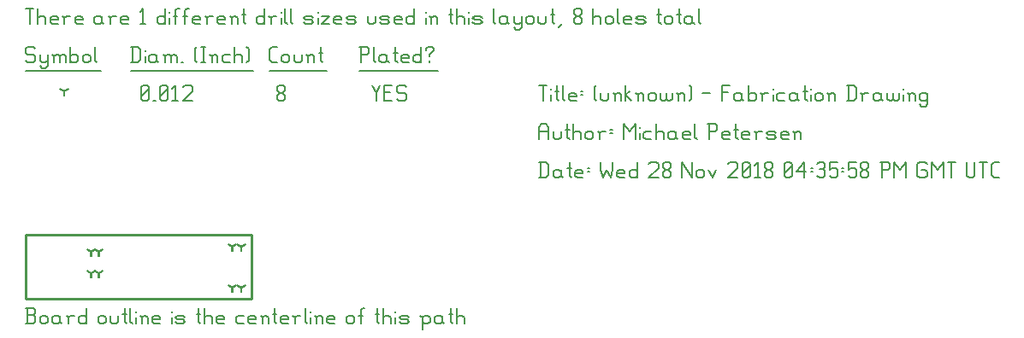
<source format=gbr>
G04 start of page 12 for group -3984 idx -3984 *
G04 Title: (unknown), fab *
G04 Creator: pcb 20140316 *
G04 CreationDate: Wed 28 Nov 2018 04:35:58 PM GMT UTC *
G04 For: railfan *
G04 Format: Gerber/RS-274X *
G04 PCB-Dimensions (mil): 880.00 250.00 *
G04 PCB-Coordinate-Origin: lower left *
%MOIN*%
%FSLAX25Y25*%
%LNFAB*%
%ADD50C,0.0100*%
%ADD49C,0.0075*%
%ADD48C,0.0060*%
%ADD47C,0.0001*%
%ADD46R,0.0080X0.0080*%
G54D46*X25500Y18500D02*Y16900D01*
G54D47*G36*
X24954Y18647D02*X27033Y19846D01*
X27433Y19153D01*
X25353Y17954D01*
X24954Y18647D01*
G37*
G36*
X25647Y17954D02*X23567Y19153D01*
X23967Y19846D01*
X26046Y18647D01*
X25647Y17954D01*
G37*
G54D46*X25500Y10000D02*Y8400D01*
G54D47*G36*
X24954Y10147D02*X27033Y11346D01*
X27433Y10653D01*
X25353Y9454D01*
X24954Y10147D01*
G37*
G36*
X25647Y9454D02*X23567Y10653D01*
X23967Y11346D01*
X26046Y10147D01*
X25647Y9454D01*
G37*
G54D46*X84000Y20500D02*Y18900D01*
G54D47*G36*
X83454Y20647D02*X85533Y21846D01*
X85933Y21153D01*
X83853Y19954D01*
X83454Y20647D01*
G37*
G36*
X84147Y19954D02*X82067Y21153D01*
X82467Y21846D01*
X84546Y20647D01*
X84147Y19954D01*
G37*
G54D46*X80500Y20500D02*Y18900D01*
G54D47*G36*
X79954Y20647D02*X82033Y21846D01*
X82433Y21153D01*
X80353Y19954D01*
X79954Y20647D01*
G37*
G36*
X80647Y19954D02*X78567Y21153D01*
X78967Y21846D01*
X81046Y20647D01*
X80647Y19954D01*
G37*
G54D46*X80500Y4500D02*Y2900D01*
G54D47*G36*
X79954Y4647D02*X82033Y5846D01*
X82433Y5153D01*
X80353Y3954D01*
X79954Y4647D01*
G37*
G36*
X80647Y3954D02*X78567Y5153D01*
X78967Y5846D01*
X81046Y4647D01*
X80647Y3954D01*
G37*
G54D46*X84000Y4500D02*Y2900D01*
G54D47*G36*
X83454Y4647D02*X85533Y5846D01*
X85933Y5153D01*
X83853Y3954D01*
X83454Y4647D01*
G37*
G36*
X84147Y3954D02*X82067Y5153D01*
X82467Y5846D01*
X84546Y4647D01*
X84147Y3954D01*
G37*
G54D46*X28500Y10000D02*Y8400D01*
G54D47*G36*
X27954Y10147D02*X30033Y11346D01*
X30433Y10653D01*
X28353Y9454D01*
X27954Y10147D01*
G37*
G36*
X28647Y9454D02*X26567Y10653D01*
X26967Y11346D01*
X29046Y10147D01*
X28647Y9454D01*
G37*
G54D46*X28500Y18500D02*Y16900D01*
G54D47*G36*
X27954Y18647D02*X30033Y19846D01*
X30433Y19153D01*
X28353Y17954D01*
X27954Y18647D01*
G37*
G36*
X28647Y17954D02*X26567Y19153D01*
X26967Y19846D01*
X29046Y18647D01*
X28647Y17954D01*
G37*
G54D46*X15000Y81250D02*Y79650D01*
G54D47*G36*
X14454Y81397D02*X16533Y82596D01*
X16933Y81903D01*
X14853Y80704D01*
X14454Y81397D01*
G37*
G36*
X15147Y80704D02*X13067Y81903D01*
X13467Y82596D01*
X15546Y81397D01*
X15147Y80704D01*
G37*
G54D48*X135000Y83500D02*X136500Y80500D01*
X138000Y83500D01*
X136500Y80500D02*Y77500D01*
X139800Y80800D02*X142050D01*
X139800Y77500D02*X142800D01*
X139800Y83500D02*Y77500D01*
Y83500D02*X142800D01*
X147600D02*X148350Y82750D01*
X145350Y83500D02*X147600D01*
X144600Y82750D02*X145350Y83500D01*
X144600Y82750D02*Y81250D01*
X145350Y80500D01*
X147600D01*
X148350Y79750D01*
Y78250D01*
X147600Y77500D02*X148350Y78250D01*
X145350Y77500D02*X147600D01*
X144600Y78250D02*X145350Y77500D01*
X98000Y78250D02*X98750Y77500D01*
X98000Y79450D02*Y78250D01*
Y79450D02*X99050Y80500D01*
X99950D01*
X101000Y79450D01*
Y78250D01*
X100250Y77500D02*X101000Y78250D01*
X98750Y77500D02*X100250D01*
X98000Y81550D02*X99050Y80500D01*
X98000Y82750D02*Y81550D01*
Y82750D02*X98750Y83500D01*
X100250D01*
X101000Y82750D01*
Y81550D01*
X99950Y80500D02*X101000Y81550D01*
X45000Y78250D02*X45750Y77500D01*
X45000Y82750D02*Y78250D01*
Y82750D02*X45750Y83500D01*
X47250D01*
X48000Y82750D01*
Y78250D01*
X47250Y77500D02*X48000Y78250D01*
X45750Y77500D02*X47250D01*
X45000Y79000D02*X48000Y82000D01*
X49800Y77500D02*X50550D01*
X52350Y78250D02*X53100Y77500D01*
X52350Y82750D02*Y78250D01*
Y82750D02*X53100Y83500D01*
X54600D01*
X55350Y82750D01*
Y78250D01*
X54600Y77500D02*X55350Y78250D01*
X53100Y77500D02*X54600D01*
X52350Y79000D02*X55350Y82000D01*
X57150Y82300D02*X58350Y83500D01*
Y77500D01*
X57150D02*X59400D01*
X61200Y82750D02*X61950Y83500D01*
X64200D01*
X64950Y82750D01*
Y81250D01*
X61200Y77500D02*X64950Y81250D01*
X61200Y77500D02*X64950D01*
X3000Y98500D02*X3750Y97750D01*
X750Y98500D02*X3000D01*
X0Y97750D02*X750Y98500D01*
X0Y97750D02*Y96250D01*
X750Y95500D01*
X3000D01*
X3750Y94750D01*
Y93250D01*
X3000Y92500D02*X3750Y93250D01*
X750Y92500D02*X3000D01*
X0Y93250D02*X750Y92500D01*
X5550Y95500D02*Y93250D01*
X6300Y92500D01*
X8550Y95500D02*Y91000D01*
X7800Y90250D02*X8550Y91000D01*
X6300Y90250D02*X7800D01*
X5550Y91000D02*X6300Y90250D01*
Y92500D02*X7800D01*
X8550Y93250D01*
X11100Y94750D02*Y92500D01*
Y94750D02*X11850Y95500D01*
X12600D01*
X13350Y94750D01*
Y92500D01*
Y94750D02*X14100Y95500D01*
X14850D01*
X15600Y94750D01*
Y92500D01*
X10350Y95500D02*X11100Y94750D01*
X17400Y98500D02*Y92500D01*
Y93250D02*X18150Y92500D01*
X19650D01*
X20400Y93250D01*
Y94750D02*Y93250D01*
X19650Y95500D02*X20400Y94750D01*
X18150Y95500D02*X19650D01*
X17400Y94750D02*X18150Y95500D01*
X22200Y94750D02*Y93250D01*
Y94750D02*X22950Y95500D01*
X24450D01*
X25200Y94750D01*
Y93250D01*
X24450Y92500D02*X25200Y93250D01*
X22950Y92500D02*X24450D01*
X22200Y93250D02*X22950Y92500D01*
X27000Y98500D02*Y93250D01*
X27750Y92500D01*
X0Y89250D02*X29250D01*
X41750Y98500D02*Y92500D01*
X43700Y98500D02*X44750Y97450D01*
Y93550D01*
X43700Y92500D02*X44750Y93550D01*
X41000Y92500D02*X43700D01*
X41000Y98500D02*X43700D01*
G54D49*X46550Y97000D02*Y96850D01*
G54D48*Y94750D02*Y92500D01*
X50300Y95500D02*X51050Y94750D01*
X48800Y95500D02*X50300D01*
X48050Y94750D02*X48800Y95500D01*
X48050Y94750D02*Y93250D01*
X48800Y92500D01*
X51050Y95500D02*Y93250D01*
X51800Y92500D01*
X48800D02*X50300D01*
X51050Y93250D01*
X54350Y94750D02*Y92500D01*
Y94750D02*X55100Y95500D01*
X55850D01*
X56600Y94750D01*
Y92500D01*
Y94750D02*X57350Y95500D01*
X58100D01*
X58850Y94750D01*
Y92500D01*
X53600Y95500D02*X54350Y94750D01*
X60650Y92500D02*X61400D01*
X65900Y93250D02*X66650Y92500D01*
X65900Y97750D02*X66650Y98500D01*
X65900Y97750D02*Y93250D01*
X68450Y98500D02*X69950D01*
X69200D02*Y92500D01*
X68450D02*X69950D01*
X72500Y94750D02*Y92500D01*
Y94750D02*X73250Y95500D01*
X74000D01*
X74750Y94750D01*
Y92500D01*
X71750Y95500D02*X72500Y94750D01*
X77300Y95500D02*X79550D01*
X76550Y94750D02*X77300Y95500D01*
X76550Y94750D02*Y93250D01*
X77300Y92500D01*
X79550D01*
X81350Y98500D02*Y92500D01*
Y94750D02*X82100Y95500D01*
X83600D01*
X84350Y94750D01*
Y92500D01*
X86150Y98500D02*X86900Y97750D01*
Y93250D01*
X86150Y92500D02*X86900Y93250D01*
X41000Y89250D02*X88700D01*
X96050Y92500D02*X98000D01*
X95000Y93550D02*X96050Y92500D01*
X95000Y97450D02*Y93550D01*
Y97450D02*X96050Y98500D01*
X98000D01*
X99800Y94750D02*Y93250D01*
Y94750D02*X100550Y95500D01*
X102050D01*
X102800Y94750D01*
Y93250D01*
X102050Y92500D02*X102800Y93250D01*
X100550Y92500D02*X102050D01*
X99800Y93250D02*X100550Y92500D01*
X104600Y95500D02*Y93250D01*
X105350Y92500D01*
X106850D01*
X107600Y93250D01*
Y95500D02*Y93250D01*
X110150Y94750D02*Y92500D01*
Y94750D02*X110900Y95500D01*
X111650D01*
X112400Y94750D01*
Y92500D01*
X109400Y95500D02*X110150Y94750D01*
X114950Y98500D02*Y93250D01*
X115700Y92500D01*
X114200Y96250D02*X115700D01*
X95000Y89250D02*X117200D01*
X130750Y98500D02*Y92500D01*
X130000Y98500D02*X133000D01*
X133750Y97750D01*
Y96250D01*
X133000Y95500D02*X133750Y96250D01*
X130750Y95500D02*X133000D01*
X135550Y98500D02*Y93250D01*
X136300Y92500D01*
X140050Y95500D02*X140800Y94750D01*
X138550Y95500D02*X140050D01*
X137800Y94750D02*X138550Y95500D01*
X137800Y94750D02*Y93250D01*
X138550Y92500D01*
X140800Y95500D02*Y93250D01*
X141550Y92500D01*
X138550D02*X140050D01*
X140800Y93250D01*
X144100Y98500D02*Y93250D01*
X144850Y92500D01*
X143350Y96250D02*X144850D01*
X147100Y92500D02*X149350D01*
X146350Y93250D02*X147100Y92500D01*
X146350Y94750D02*Y93250D01*
Y94750D02*X147100Y95500D01*
X148600D01*
X149350Y94750D01*
X146350Y94000D02*X149350D01*
Y94750D02*Y94000D01*
X154150Y98500D02*Y92500D01*
X153400D02*X154150Y93250D01*
X151900Y92500D02*X153400D01*
X151150Y93250D02*X151900Y92500D01*
X151150Y94750D02*Y93250D01*
Y94750D02*X151900Y95500D01*
X153400D01*
X154150Y94750D01*
X157450Y95500D02*Y94750D01*
Y93250D02*Y92500D01*
X155950Y97750D02*Y97000D01*
Y97750D02*X156700Y98500D01*
X158200D01*
X158950Y97750D01*
Y97000D01*
X157450Y95500D02*X158950Y97000D01*
X130000Y89250D02*X160750D01*
X0Y113500D02*X3000D01*
X1500D02*Y107500D01*
X4800Y113500D02*Y107500D01*
Y109750D02*X5550Y110500D01*
X7050D01*
X7800Y109750D01*
Y107500D01*
X10350D02*X12600D01*
X9600Y108250D02*X10350Y107500D01*
X9600Y109750D02*Y108250D01*
Y109750D02*X10350Y110500D01*
X11850D01*
X12600Y109750D01*
X9600Y109000D02*X12600D01*
Y109750D02*Y109000D01*
X15150Y109750D02*Y107500D01*
Y109750D02*X15900Y110500D01*
X17400D01*
X14400D02*X15150Y109750D01*
X19950Y107500D02*X22200D01*
X19200Y108250D02*X19950Y107500D01*
X19200Y109750D02*Y108250D01*
Y109750D02*X19950Y110500D01*
X21450D01*
X22200Y109750D01*
X19200Y109000D02*X22200D01*
Y109750D02*Y109000D01*
X28950Y110500D02*X29700Y109750D01*
X27450Y110500D02*X28950D01*
X26700Y109750D02*X27450Y110500D01*
X26700Y109750D02*Y108250D01*
X27450Y107500D01*
X29700Y110500D02*Y108250D01*
X30450Y107500D01*
X27450D02*X28950D01*
X29700Y108250D01*
X33000Y109750D02*Y107500D01*
Y109750D02*X33750Y110500D01*
X35250D01*
X32250D02*X33000Y109750D01*
X37800Y107500D02*X40050D01*
X37050Y108250D02*X37800Y107500D01*
X37050Y109750D02*Y108250D01*
Y109750D02*X37800Y110500D01*
X39300D01*
X40050Y109750D01*
X37050Y109000D02*X40050D01*
Y109750D02*Y109000D01*
X44550Y112300D02*X45750Y113500D01*
Y107500D01*
X44550D02*X46800D01*
X54300Y113500D02*Y107500D01*
X53550D02*X54300Y108250D01*
X52050Y107500D02*X53550D01*
X51300Y108250D02*X52050Y107500D01*
X51300Y109750D02*Y108250D01*
Y109750D02*X52050Y110500D01*
X53550D01*
X54300Y109750D01*
G54D49*X56100Y112000D02*Y111850D01*
G54D48*Y109750D02*Y107500D01*
X58350Y112750D02*Y107500D01*
Y112750D02*X59100Y113500D01*
X59850D01*
X57600Y110500D02*X59100D01*
X62100Y112750D02*Y107500D01*
Y112750D02*X62850Y113500D01*
X63600D01*
X61350Y110500D02*X62850D01*
X65850Y107500D02*X68100D01*
X65100Y108250D02*X65850Y107500D01*
X65100Y109750D02*Y108250D01*
Y109750D02*X65850Y110500D01*
X67350D01*
X68100Y109750D01*
X65100Y109000D02*X68100D01*
Y109750D02*Y109000D01*
X70650Y109750D02*Y107500D01*
Y109750D02*X71400Y110500D01*
X72900D01*
X69900D02*X70650Y109750D01*
X75450Y107500D02*X77700D01*
X74700Y108250D02*X75450Y107500D01*
X74700Y109750D02*Y108250D01*
Y109750D02*X75450Y110500D01*
X76950D01*
X77700Y109750D01*
X74700Y109000D02*X77700D01*
Y109750D02*Y109000D01*
X80250Y109750D02*Y107500D01*
Y109750D02*X81000Y110500D01*
X81750D01*
X82500Y109750D01*
Y107500D01*
X79500Y110500D02*X80250Y109750D01*
X85050Y113500D02*Y108250D01*
X85800Y107500D01*
X84300Y111250D02*X85800D01*
X93000Y113500D02*Y107500D01*
X92250D02*X93000Y108250D01*
X90750Y107500D02*X92250D01*
X90000Y108250D02*X90750Y107500D01*
X90000Y109750D02*Y108250D01*
Y109750D02*X90750Y110500D01*
X92250D01*
X93000Y109750D01*
X95550D02*Y107500D01*
Y109750D02*X96300Y110500D01*
X97800D01*
X94800D02*X95550Y109750D01*
G54D49*X99600Y112000D02*Y111850D01*
G54D48*Y109750D02*Y107500D01*
X101100Y113500D02*Y108250D01*
X101850Y107500D01*
X103350Y113500D02*Y108250D01*
X104100Y107500D01*
X109050D02*X111300D01*
X112050Y108250D01*
X111300Y109000D02*X112050Y108250D01*
X109050Y109000D02*X111300D01*
X108300Y109750D02*X109050Y109000D01*
X108300Y109750D02*X109050Y110500D01*
X111300D01*
X112050Y109750D01*
X108300Y108250D02*X109050Y107500D01*
G54D49*X113850Y112000D02*Y111850D01*
G54D48*Y109750D02*Y107500D01*
X115350Y110500D02*X118350D01*
X115350Y107500D02*X118350Y110500D01*
X115350Y107500D02*X118350D01*
X120900D02*X123150D01*
X120150Y108250D02*X120900Y107500D01*
X120150Y109750D02*Y108250D01*
Y109750D02*X120900Y110500D01*
X122400D01*
X123150Y109750D01*
X120150Y109000D02*X123150D01*
Y109750D02*Y109000D01*
X125700Y107500D02*X127950D01*
X128700Y108250D01*
X127950Y109000D02*X128700Y108250D01*
X125700Y109000D02*X127950D01*
X124950Y109750D02*X125700Y109000D01*
X124950Y109750D02*X125700Y110500D01*
X127950D01*
X128700Y109750D01*
X124950Y108250D02*X125700Y107500D01*
X133200Y110500D02*Y108250D01*
X133950Y107500D01*
X135450D01*
X136200Y108250D01*
Y110500D02*Y108250D01*
X138750Y107500D02*X141000D01*
X141750Y108250D01*
X141000Y109000D02*X141750Y108250D01*
X138750Y109000D02*X141000D01*
X138000Y109750D02*X138750Y109000D01*
X138000Y109750D02*X138750Y110500D01*
X141000D01*
X141750Y109750D01*
X138000Y108250D02*X138750Y107500D01*
X144300D02*X146550D01*
X143550Y108250D02*X144300Y107500D01*
X143550Y109750D02*Y108250D01*
Y109750D02*X144300Y110500D01*
X145800D01*
X146550Y109750D01*
X143550Y109000D02*X146550D01*
Y109750D02*Y109000D01*
X151350Y113500D02*Y107500D01*
X150600D02*X151350Y108250D01*
X149100Y107500D02*X150600D01*
X148350Y108250D02*X149100Y107500D01*
X148350Y109750D02*Y108250D01*
Y109750D02*X149100Y110500D01*
X150600D01*
X151350Y109750D01*
G54D49*X155850Y112000D02*Y111850D01*
G54D48*Y109750D02*Y107500D01*
X158100Y109750D02*Y107500D01*
Y109750D02*X158850Y110500D01*
X159600D01*
X160350Y109750D01*
Y107500D01*
X157350Y110500D02*X158100Y109750D01*
X165600Y113500D02*Y108250D01*
X166350Y107500D01*
X164850Y111250D02*X166350D01*
X167850Y113500D02*Y107500D01*
Y109750D02*X168600Y110500D01*
X170100D01*
X170850Y109750D01*
Y107500D01*
G54D49*X172650Y112000D02*Y111850D01*
G54D48*Y109750D02*Y107500D01*
X174900D02*X177150D01*
X177900Y108250D01*
X177150Y109000D02*X177900Y108250D01*
X174900Y109000D02*X177150D01*
X174150Y109750D02*X174900Y109000D01*
X174150Y109750D02*X174900Y110500D01*
X177150D01*
X177900Y109750D01*
X174150Y108250D02*X174900Y107500D01*
X182400Y113500D02*Y108250D01*
X183150Y107500D01*
X186900Y110500D02*X187650Y109750D01*
X185400Y110500D02*X186900D01*
X184650Y109750D02*X185400Y110500D01*
X184650Y109750D02*Y108250D01*
X185400Y107500D01*
X187650Y110500D02*Y108250D01*
X188400Y107500D01*
X185400D02*X186900D01*
X187650Y108250D01*
X190200Y110500D02*Y108250D01*
X190950Y107500D01*
X193200Y110500D02*Y106000D01*
X192450Y105250D02*X193200Y106000D01*
X190950Y105250D02*X192450D01*
X190200Y106000D02*X190950Y105250D01*
Y107500D02*X192450D01*
X193200Y108250D01*
X195000Y109750D02*Y108250D01*
Y109750D02*X195750Y110500D01*
X197250D01*
X198000Y109750D01*
Y108250D01*
X197250Y107500D02*X198000Y108250D01*
X195750Y107500D02*X197250D01*
X195000Y108250D02*X195750Y107500D01*
X199800Y110500D02*Y108250D01*
X200550Y107500D01*
X202050D01*
X202800Y108250D01*
Y110500D02*Y108250D01*
X205350Y113500D02*Y108250D01*
X206100Y107500D01*
X204600Y111250D02*X206100D01*
X207600Y106000D02*X209100Y107500D01*
X213600Y108250D02*X214350Y107500D01*
X213600Y109450D02*Y108250D01*
Y109450D02*X214650Y110500D01*
X215550D01*
X216600Y109450D01*
Y108250D01*
X215850Y107500D02*X216600Y108250D01*
X214350Y107500D02*X215850D01*
X213600Y111550D02*X214650Y110500D01*
X213600Y112750D02*Y111550D01*
Y112750D02*X214350Y113500D01*
X215850D01*
X216600Y112750D01*
Y111550D01*
X215550Y110500D02*X216600Y111550D01*
X221100Y113500D02*Y107500D01*
Y109750D02*X221850Y110500D01*
X223350D01*
X224100Y109750D01*
Y107500D01*
X225900Y109750D02*Y108250D01*
Y109750D02*X226650Y110500D01*
X228150D01*
X228900Y109750D01*
Y108250D01*
X228150Y107500D02*X228900Y108250D01*
X226650Y107500D02*X228150D01*
X225900Y108250D02*X226650Y107500D01*
X230700Y113500D02*Y108250D01*
X231450Y107500D01*
X233700D02*X235950D01*
X232950Y108250D02*X233700Y107500D01*
X232950Y109750D02*Y108250D01*
Y109750D02*X233700Y110500D01*
X235200D01*
X235950Y109750D01*
X232950Y109000D02*X235950D01*
Y109750D02*Y109000D01*
X238500Y107500D02*X240750D01*
X241500Y108250D01*
X240750Y109000D02*X241500Y108250D01*
X238500Y109000D02*X240750D01*
X237750Y109750D02*X238500Y109000D01*
X237750Y109750D02*X238500Y110500D01*
X240750D01*
X241500Y109750D01*
X237750Y108250D02*X238500Y107500D01*
X246750Y113500D02*Y108250D01*
X247500Y107500D01*
X246000Y111250D02*X247500D01*
X249000Y109750D02*Y108250D01*
Y109750D02*X249750Y110500D01*
X251250D01*
X252000Y109750D01*
Y108250D01*
X251250Y107500D02*X252000Y108250D01*
X249750Y107500D02*X251250D01*
X249000Y108250D02*X249750Y107500D01*
X254550Y113500D02*Y108250D01*
X255300Y107500D01*
X253800Y111250D02*X255300D01*
X259050Y110500D02*X259800Y109750D01*
X257550Y110500D02*X259050D01*
X256800Y109750D02*X257550Y110500D01*
X256800Y109750D02*Y108250D01*
X257550Y107500D01*
X259800Y110500D02*Y108250D01*
X260550Y107500D01*
X257550D02*X259050D01*
X259800Y108250D01*
X262350Y113500D02*Y108250D01*
X263100Y107500D01*
G54D50*X0Y25000D02*Y0D01*
X88000Y25000D02*X0D01*
X88000D02*Y0D01*
X0D01*
G54D48*Y-9500D02*X3000D01*
X3750Y-8750D01*
Y-6950D02*Y-8750D01*
X3000Y-6200D02*X3750Y-6950D01*
X750Y-6200D02*X3000D01*
X750Y-3500D02*Y-9500D01*
X0Y-3500D02*X3000D01*
X3750Y-4250D01*
Y-5450D01*
X3000Y-6200D02*X3750Y-5450D01*
X5550Y-7250D02*Y-8750D01*
Y-7250D02*X6300Y-6500D01*
X7800D01*
X8550Y-7250D01*
Y-8750D01*
X7800Y-9500D02*X8550Y-8750D01*
X6300Y-9500D02*X7800D01*
X5550Y-8750D02*X6300Y-9500D01*
X12600Y-6500D02*X13350Y-7250D01*
X11100Y-6500D02*X12600D01*
X10350Y-7250D02*X11100Y-6500D01*
X10350Y-7250D02*Y-8750D01*
X11100Y-9500D01*
X13350Y-6500D02*Y-8750D01*
X14100Y-9500D01*
X11100D02*X12600D01*
X13350Y-8750D01*
X16650Y-7250D02*Y-9500D01*
Y-7250D02*X17400Y-6500D01*
X18900D01*
X15900D02*X16650Y-7250D01*
X23700Y-3500D02*Y-9500D01*
X22950D02*X23700Y-8750D01*
X21450Y-9500D02*X22950D01*
X20700Y-8750D02*X21450Y-9500D01*
X20700Y-7250D02*Y-8750D01*
Y-7250D02*X21450Y-6500D01*
X22950D01*
X23700Y-7250D01*
X28200D02*Y-8750D01*
Y-7250D02*X28950Y-6500D01*
X30450D01*
X31200Y-7250D01*
Y-8750D01*
X30450Y-9500D02*X31200Y-8750D01*
X28950Y-9500D02*X30450D01*
X28200Y-8750D02*X28950Y-9500D01*
X33000Y-6500D02*Y-8750D01*
X33750Y-9500D01*
X35250D01*
X36000Y-8750D01*
Y-6500D02*Y-8750D01*
X38550Y-3500D02*Y-8750D01*
X39300Y-9500D01*
X37800Y-5750D02*X39300D01*
X40800Y-3500D02*Y-8750D01*
X41550Y-9500D01*
G54D49*X43050Y-5000D02*Y-5150D01*
G54D48*Y-7250D02*Y-9500D01*
X45300Y-7250D02*Y-9500D01*
Y-7250D02*X46050Y-6500D01*
X46800D01*
X47550Y-7250D01*
Y-9500D01*
X44550Y-6500D02*X45300Y-7250D01*
X50100Y-9500D02*X52350D01*
X49350Y-8750D02*X50100Y-9500D01*
X49350Y-7250D02*Y-8750D01*
Y-7250D02*X50100Y-6500D01*
X51600D01*
X52350Y-7250D01*
X49350Y-8000D02*X52350D01*
Y-7250D02*Y-8000D01*
G54D49*X56850Y-5000D02*Y-5150D01*
G54D48*Y-7250D02*Y-9500D01*
X59100D02*X61350D01*
X62100Y-8750D01*
X61350Y-8000D02*X62100Y-8750D01*
X59100Y-8000D02*X61350D01*
X58350Y-7250D02*X59100Y-8000D01*
X58350Y-7250D02*X59100Y-6500D01*
X61350D01*
X62100Y-7250D01*
X58350Y-8750D02*X59100Y-9500D01*
X67350Y-3500D02*Y-8750D01*
X68100Y-9500D01*
X66600Y-5750D02*X68100D01*
X69600Y-3500D02*Y-9500D01*
Y-7250D02*X70350Y-6500D01*
X71850D01*
X72600Y-7250D01*
Y-9500D01*
X75150D02*X77400D01*
X74400Y-8750D02*X75150Y-9500D01*
X74400Y-7250D02*Y-8750D01*
Y-7250D02*X75150Y-6500D01*
X76650D01*
X77400Y-7250D01*
X74400Y-8000D02*X77400D01*
Y-7250D02*Y-8000D01*
X82650Y-6500D02*X84900D01*
X81900Y-7250D02*X82650Y-6500D01*
X81900Y-7250D02*Y-8750D01*
X82650Y-9500D01*
X84900D01*
X87450D02*X89700D01*
X86700Y-8750D02*X87450Y-9500D01*
X86700Y-7250D02*Y-8750D01*
Y-7250D02*X87450Y-6500D01*
X88950D01*
X89700Y-7250D01*
X86700Y-8000D02*X89700D01*
Y-7250D02*Y-8000D01*
X92250Y-7250D02*Y-9500D01*
Y-7250D02*X93000Y-6500D01*
X93750D01*
X94500Y-7250D01*
Y-9500D01*
X91500Y-6500D02*X92250Y-7250D01*
X97050Y-3500D02*Y-8750D01*
X97800Y-9500D01*
X96300Y-5750D02*X97800D01*
X100050Y-9500D02*X102300D01*
X99300Y-8750D02*X100050Y-9500D01*
X99300Y-7250D02*Y-8750D01*
Y-7250D02*X100050Y-6500D01*
X101550D01*
X102300Y-7250D01*
X99300Y-8000D02*X102300D01*
Y-7250D02*Y-8000D01*
X104850Y-7250D02*Y-9500D01*
Y-7250D02*X105600Y-6500D01*
X107100D01*
X104100D02*X104850Y-7250D01*
X108900Y-3500D02*Y-8750D01*
X109650Y-9500D01*
G54D49*X111150Y-5000D02*Y-5150D01*
G54D48*Y-7250D02*Y-9500D01*
X113400Y-7250D02*Y-9500D01*
Y-7250D02*X114150Y-6500D01*
X114900D01*
X115650Y-7250D01*
Y-9500D01*
X112650Y-6500D02*X113400Y-7250D01*
X118200Y-9500D02*X120450D01*
X117450Y-8750D02*X118200Y-9500D01*
X117450Y-7250D02*Y-8750D01*
Y-7250D02*X118200Y-6500D01*
X119700D01*
X120450Y-7250D01*
X117450Y-8000D02*X120450D01*
Y-7250D02*Y-8000D01*
X124950Y-7250D02*Y-8750D01*
Y-7250D02*X125700Y-6500D01*
X127200D01*
X127950Y-7250D01*
Y-8750D01*
X127200Y-9500D02*X127950Y-8750D01*
X125700Y-9500D02*X127200D01*
X124950Y-8750D02*X125700Y-9500D01*
X130500Y-4250D02*Y-9500D01*
Y-4250D02*X131250Y-3500D01*
X132000D01*
X129750Y-6500D02*X131250D01*
X136950Y-3500D02*Y-8750D01*
X137700Y-9500D01*
X136200Y-5750D02*X137700D01*
X139200Y-3500D02*Y-9500D01*
Y-7250D02*X139950Y-6500D01*
X141450D01*
X142200Y-7250D01*
Y-9500D01*
G54D49*X144000Y-5000D02*Y-5150D01*
G54D48*Y-7250D02*Y-9500D01*
X146250D02*X148500D01*
X149250Y-8750D01*
X148500Y-8000D02*X149250Y-8750D01*
X146250Y-8000D02*X148500D01*
X145500Y-7250D02*X146250Y-8000D01*
X145500Y-7250D02*X146250Y-6500D01*
X148500D01*
X149250Y-7250D01*
X145500Y-8750D02*X146250Y-9500D01*
X154500Y-7250D02*Y-11750D01*
X153750Y-6500D02*X154500Y-7250D01*
X155250Y-6500D01*
X156750D01*
X157500Y-7250D01*
Y-8750D01*
X156750Y-9500D02*X157500Y-8750D01*
X155250Y-9500D02*X156750D01*
X154500Y-8750D02*X155250Y-9500D01*
X161550Y-6500D02*X162300Y-7250D01*
X160050Y-6500D02*X161550D01*
X159300Y-7250D02*X160050Y-6500D01*
X159300Y-7250D02*Y-8750D01*
X160050Y-9500D01*
X162300Y-6500D02*Y-8750D01*
X163050Y-9500D01*
X160050D02*X161550D01*
X162300Y-8750D01*
X165600Y-3500D02*Y-8750D01*
X166350Y-9500D01*
X164850Y-5750D02*X166350D01*
X167850Y-3500D02*Y-9500D01*
Y-7250D02*X168600Y-6500D01*
X170100D01*
X170850Y-7250D01*
Y-9500D01*
X200750Y53500D02*Y47500D01*
X202700Y53500D02*X203750Y52450D01*
Y48550D01*
X202700Y47500D02*X203750Y48550D01*
X200000Y47500D02*X202700D01*
X200000Y53500D02*X202700D01*
X207800Y50500D02*X208550Y49750D01*
X206300Y50500D02*X207800D01*
X205550Y49750D02*X206300Y50500D01*
X205550Y49750D02*Y48250D01*
X206300Y47500D01*
X208550Y50500D02*Y48250D01*
X209300Y47500D01*
X206300D02*X207800D01*
X208550Y48250D01*
X211850Y53500D02*Y48250D01*
X212600Y47500D01*
X211100Y51250D02*X212600D01*
X214850Y47500D02*X217100D01*
X214100Y48250D02*X214850Y47500D01*
X214100Y49750D02*Y48250D01*
Y49750D02*X214850Y50500D01*
X216350D01*
X217100Y49750D01*
X214100Y49000D02*X217100D01*
Y49750D02*Y49000D01*
X218900Y51250D02*X219650D01*
X218900Y49750D02*X219650D01*
X224150Y53500D02*Y50500D01*
X224900Y47500D01*
X226400Y50500D01*
X227900Y47500D01*
X228650Y50500D01*
Y53500D02*Y50500D01*
X231200Y47500D02*X233450D01*
X230450Y48250D02*X231200Y47500D01*
X230450Y49750D02*Y48250D01*
Y49750D02*X231200Y50500D01*
X232700D01*
X233450Y49750D01*
X230450Y49000D02*X233450D01*
Y49750D02*Y49000D01*
X238250Y53500D02*Y47500D01*
X237500D02*X238250Y48250D01*
X236000Y47500D02*X237500D01*
X235250Y48250D02*X236000Y47500D01*
X235250Y49750D02*Y48250D01*
Y49750D02*X236000Y50500D01*
X237500D01*
X238250Y49750D01*
X242750Y52750D02*X243500Y53500D01*
X245750D01*
X246500Y52750D01*
Y51250D01*
X242750Y47500D02*X246500Y51250D01*
X242750Y47500D02*X246500D01*
X248300Y48250D02*X249050Y47500D01*
X248300Y49450D02*Y48250D01*
Y49450D02*X249350Y50500D01*
X250250D01*
X251300Y49450D01*
Y48250D01*
X250550Y47500D02*X251300Y48250D01*
X249050Y47500D02*X250550D01*
X248300Y51550D02*X249350Y50500D01*
X248300Y52750D02*Y51550D01*
Y52750D02*X249050Y53500D01*
X250550D01*
X251300Y52750D01*
Y51550D01*
X250250Y50500D02*X251300Y51550D01*
X255800Y53500D02*Y47500D01*
Y53500D02*X259550Y47500D01*
Y53500D02*Y47500D01*
X261350Y49750D02*Y48250D01*
Y49750D02*X262100Y50500D01*
X263600D01*
X264350Y49750D01*
Y48250D01*
X263600Y47500D02*X264350Y48250D01*
X262100Y47500D02*X263600D01*
X261350Y48250D02*X262100Y47500D01*
X266150Y50500D02*X267650Y47500D01*
X269150Y50500D02*X267650Y47500D01*
X273650Y52750D02*X274400Y53500D01*
X276650D01*
X277400Y52750D01*
Y51250D01*
X273650Y47500D02*X277400Y51250D01*
X273650Y47500D02*X277400D01*
X279200Y48250D02*X279950Y47500D01*
X279200Y52750D02*Y48250D01*
Y52750D02*X279950Y53500D01*
X281450D01*
X282200Y52750D01*
Y48250D01*
X281450Y47500D02*X282200Y48250D01*
X279950Y47500D02*X281450D01*
X279200Y49000D02*X282200Y52000D01*
X284000Y52300D02*X285200Y53500D01*
Y47500D01*
X284000D02*X286250D01*
X288050Y48250D02*X288800Y47500D01*
X288050Y49450D02*Y48250D01*
Y49450D02*X289100Y50500D01*
X290000D01*
X291050Y49450D01*
Y48250D01*
X290300Y47500D02*X291050Y48250D01*
X288800Y47500D02*X290300D01*
X288050Y51550D02*X289100Y50500D01*
X288050Y52750D02*Y51550D01*
Y52750D02*X288800Y53500D01*
X290300D01*
X291050Y52750D01*
Y51550D01*
X290000Y50500D02*X291050Y51550D01*
X295550Y48250D02*X296300Y47500D01*
X295550Y52750D02*Y48250D01*
Y52750D02*X296300Y53500D01*
X297800D01*
X298550Y52750D01*
Y48250D01*
X297800Y47500D02*X298550Y48250D01*
X296300Y47500D02*X297800D01*
X295550Y49000D02*X298550Y52000D01*
X300350Y49750D02*X303350Y53500D01*
X300350Y49750D02*X304100D01*
X303350Y53500D02*Y47500D01*
X305900Y51250D02*X306650D01*
X305900Y49750D02*X306650D01*
X308450Y52750D02*X309200Y53500D01*
X310700D01*
X311450Y52750D01*
X310700Y47500D02*X311450Y48250D01*
X309200Y47500D02*X310700D01*
X308450Y48250D02*X309200Y47500D01*
Y50800D02*X310700D01*
X311450Y52750D02*Y51550D01*
Y50050D02*Y48250D01*
Y50050D02*X310700Y50800D01*
X311450Y51550D02*X310700Y50800D01*
X313250Y53500D02*X316250D01*
X313250D02*Y50500D01*
X314000Y51250D01*
X315500D01*
X316250Y50500D01*
Y48250D01*
X315500Y47500D02*X316250Y48250D01*
X314000Y47500D02*X315500D01*
X313250Y48250D02*X314000Y47500D01*
X318050Y51250D02*X318800D01*
X318050Y49750D02*X318800D01*
X320600Y53500D02*X323600D01*
X320600D02*Y50500D01*
X321350Y51250D01*
X322850D01*
X323600Y50500D01*
Y48250D01*
X322850Y47500D02*X323600Y48250D01*
X321350Y47500D02*X322850D01*
X320600Y48250D02*X321350Y47500D01*
X325400Y48250D02*X326150Y47500D01*
X325400Y49450D02*Y48250D01*
Y49450D02*X326450Y50500D01*
X327350D01*
X328400Y49450D01*
Y48250D01*
X327650Y47500D02*X328400Y48250D01*
X326150Y47500D02*X327650D01*
X325400Y51550D02*X326450Y50500D01*
X325400Y52750D02*Y51550D01*
Y52750D02*X326150Y53500D01*
X327650D01*
X328400Y52750D01*
Y51550D01*
X327350Y50500D02*X328400Y51550D01*
X333650Y53500D02*Y47500D01*
X332900Y53500D02*X335900D01*
X336650Y52750D01*
Y51250D01*
X335900Y50500D02*X336650Y51250D01*
X333650Y50500D02*X335900D01*
X338450Y53500D02*Y47500D01*
Y53500D02*X340700Y50500D01*
X342950Y53500D01*
Y47500D01*
X350450Y53500D02*X351200Y52750D01*
X348200Y53500D02*X350450D01*
X347450Y52750D02*X348200Y53500D01*
X347450Y52750D02*Y48250D01*
X348200Y47500D01*
X350450D01*
X351200Y48250D01*
Y49750D02*Y48250D01*
X350450Y50500D02*X351200Y49750D01*
X348950Y50500D02*X350450D01*
X353000Y53500D02*Y47500D01*
Y53500D02*X355250Y50500D01*
X357500Y53500D01*
Y47500D01*
X359300Y53500D02*X362300D01*
X360800D02*Y47500D01*
X366800Y53500D02*Y48250D01*
X367550Y47500D01*
X369050D01*
X369800Y48250D01*
Y53500D02*Y48250D01*
X371600Y53500D02*X374600D01*
X373100D02*Y47500D01*
X377450D02*X379400D01*
X376400Y48550D02*X377450Y47500D01*
X376400Y52450D02*Y48550D01*
Y52450D02*X377450Y53500D01*
X379400D01*
X200000Y67000D02*Y62500D01*
Y67000D02*X201050Y68500D01*
X202700D01*
X203750Y67000D01*
Y62500D01*
X200000Y65500D02*X203750D01*
X205550D02*Y63250D01*
X206300Y62500D01*
X207800D01*
X208550Y63250D01*
Y65500D02*Y63250D01*
X211100Y68500D02*Y63250D01*
X211850Y62500D01*
X210350Y66250D02*X211850D01*
X213350Y68500D02*Y62500D01*
Y64750D02*X214100Y65500D01*
X215600D01*
X216350Y64750D01*
Y62500D01*
X218150Y64750D02*Y63250D01*
Y64750D02*X218900Y65500D01*
X220400D01*
X221150Y64750D01*
Y63250D01*
X220400Y62500D02*X221150Y63250D01*
X218900Y62500D02*X220400D01*
X218150Y63250D02*X218900Y62500D01*
X223700Y64750D02*Y62500D01*
Y64750D02*X224450Y65500D01*
X225950D01*
X222950D02*X223700Y64750D01*
X227750Y66250D02*X228500D01*
X227750Y64750D02*X228500D01*
X233000Y68500D02*Y62500D01*
Y68500D02*X235250Y65500D01*
X237500Y68500D01*
Y62500D01*
G54D49*X239300Y67000D02*Y66850D01*
G54D48*Y64750D02*Y62500D01*
X241550Y65500D02*X243800D01*
X240800Y64750D02*X241550Y65500D01*
X240800Y64750D02*Y63250D01*
X241550Y62500D01*
X243800D01*
X245600Y68500D02*Y62500D01*
Y64750D02*X246350Y65500D01*
X247850D01*
X248600Y64750D01*
Y62500D01*
X252650Y65500D02*X253400Y64750D01*
X251150Y65500D02*X252650D01*
X250400Y64750D02*X251150Y65500D01*
X250400Y64750D02*Y63250D01*
X251150Y62500D01*
X253400Y65500D02*Y63250D01*
X254150Y62500D01*
X251150D02*X252650D01*
X253400Y63250D01*
X256700Y62500D02*X258950D01*
X255950Y63250D02*X256700Y62500D01*
X255950Y64750D02*Y63250D01*
Y64750D02*X256700Y65500D01*
X258200D01*
X258950Y64750D01*
X255950Y64000D02*X258950D01*
Y64750D02*Y64000D01*
X260750Y68500D02*Y63250D01*
X261500Y62500D01*
X266450Y68500D02*Y62500D01*
X265700Y68500D02*X268700D01*
X269450Y67750D01*
Y66250D01*
X268700Y65500D02*X269450Y66250D01*
X266450Y65500D02*X268700D01*
X272000Y62500D02*X274250D01*
X271250Y63250D02*X272000Y62500D01*
X271250Y64750D02*Y63250D01*
Y64750D02*X272000Y65500D01*
X273500D01*
X274250Y64750D01*
X271250Y64000D02*X274250D01*
Y64750D02*Y64000D01*
X276800Y68500D02*Y63250D01*
X277550Y62500D01*
X276050Y66250D02*X277550D01*
X279800Y62500D02*X282050D01*
X279050Y63250D02*X279800Y62500D01*
X279050Y64750D02*Y63250D01*
Y64750D02*X279800Y65500D01*
X281300D01*
X282050Y64750D01*
X279050Y64000D02*X282050D01*
Y64750D02*Y64000D01*
X284600Y64750D02*Y62500D01*
Y64750D02*X285350Y65500D01*
X286850D01*
X283850D02*X284600Y64750D01*
X289400Y62500D02*X291650D01*
X292400Y63250D01*
X291650Y64000D02*X292400Y63250D01*
X289400Y64000D02*X291650D01*
X288650Y64750D02*X289400Y64000D01*
X288650Y64750D02*X289400Y65500D01*
X291650D01*
X292400Y64750D01*
X288650Y63250D02*X289400Y62500D01*
X294950D02*X297200D01*
X294200Y63250D02*X294950Y62500D01*
X294200Y64750D02*Y63250D01*
Y64750D02*X294950Y65500D01*
X296450D01*
X297200Y64750D01*
X294200Y64000D02*X297200D01*
Y64750D02*Y64000D01*
X299750Y64750D02*Y62500D01*
Y64750D02*X300500Y65500D01*
X301250D01*
X302000Y64750D01*
Y62500D01*
X299000Y65500D02*X299750Y64750D01*
X200000Y83500D02*X203000D01*
X201500D02*Y77500D01*
G54D49*X204800Y82000D02*Y81850D01*
G54D48*Y79750D02*Y77500D01*
X207050Y83500D02*Y78250D01*
X207800Y77500D01*
X206300Y81250D02*X207800D01*
X209300Y83500D02*Y78250D01*
X210050Y77500D01*
X212300D02*X214550D01*
X211550Y78250D02*X212300Y77500D01*
X211550Y79750D02*Y78250D01*
Y79750D02*X212300Y80500D01*
X213800D01*
X214550Y79750D01*
X211550Y79000D02*X214550D01*
Y79750D02*Y79000D01*
X216350Y81250D02*X217100D01*
X216350Y79750D02*X217100D01*
X221600Y78250D02*X222350Y77500D01*
X221600Y82750D02*X222350Y83500D01*
X221600Y82750D02*Y78250D01*
X224150Y80500D02*Y78250D01*
X224900Y77500D01*
X226400D01*
X227150Y78250D01*
Y80500D02*Y78250D01*
X229700Y79750D02*Y77500D01*
Y79750D02*X230450Y80500D01*
X231200D01*
X231950Y79750D01*
Y77500D01*
X228950Y80500D02*X229700Y79750D01*
X233750Y83500D02*Y77500D01*
Y79750D02*X236000Y77500D01*
X233750Y79750D02*X235250Y81250D01*
X238550Y79750D02*Y77500D01*
Y79750D02*X239300Y80500D01*
X240050D01*
X240800Y79750D01*
Y77500D01*
X237800Y80500D02*X238550Y79750D01*
X242600D02*Y78250D01*
Y79750D02*X243350Y80500D01*
X244850D01*
X245600Y79750D01*
Y78250D01*
X244850Y77500D02*X245600Y78250D01*
X243350Y77500D02*X244850D01*
X242600Y78250D02*X243350Y77500D01*
X247400Y80500D02*Y78250D01*
X248150Y77500D01*
X248900D01*
X249650Y78250D01*
Y80500D02*Y78250D01*
X250400Y77500D01*
X251150D01*
X251900Y78250D01*
Y80500D02*Y78250D01*
X254450Y79750D02*Y77500D01*
Y79750D02*X255200Y80500D01*
X255950D01*
X256700Y79750D01*
Y77500D01*
X253700Y80500D02*X254450Y79750D01*
X258500Y83500D02*X259250Y82750D01*
Y78250D01*
X258500Y77500D02*X259250Y78250D01*
X263750Y80500D02*X266750D01*
X271250Y83500D02*Y77500D01*
Y83500D02*X274250D01*
X271250Y80800D02*X273500D01*
X278300Y80500D02*X279050Y79750D01*
X276800Y80500D02*X278300D01*
X276050Y79750D02*X276800Y80500D01*
X276050Y79750D02*Y78250D01*
X276800Y77500D01*
X279050Y80500D02*Y78250D01*
X279800Y77500D01*
X276800D02*X278300D01*
X279050Y78250D01*
X281600Y83500D02*Y77500D01*
Y78250D02*X282350Y77500D01*
X283850D01*
X284600Y78250D01*
Y79750D02*Y78250D01*
X283850Y80500D02*X284600Y79750D01*
X282350Y80500D02*X283850D01*
X281600Y79750D02*X282350Y80500D01*
X287150Y79750D02*Y77500D01*
Y79750D02*X287900Y80500D01*
X289400D01*
X286400D02*X287150Y79750D01*
G54D49*X291200Y82000D02*Y81850D01*
G54D48*Y79750D02*Y77500D01*
X293450Y80500D02*X295700D01*
X292700Y79750D02*X293450Y80500D01*
X292700Y79750D02*Y78250D01*
X293450Y77500D01*
X295700D01*
X299750Y80500D02*X300500Y79750D01*
X298250Y80500D02*X299750D01*
X297500Y79750D02*X298250Y80500D01*
X297500Y79750D02*Y78250D01*
X298250Y77500D01*
X300500Y80500D02*Y78250D01*
X301250Y77500D01*
X298250D02*X299750D01*
X300500Y78250D01*
X303800Y83500D02*Y78250D01*
X304550Y77500D01*
X303050Y81250D02*X304550D01*
G54D49*X306050Y82000D02*Y81850D01*
G54D48*Y79750D02*Y77500D01*
X307550Y79750D02*Y78250D01*
Y79750D02*X308300Y80500D01*
X309800D01*
X310550Y79750D01*
Y78250D01*
X309800Y77500D02*X310550Y78250D01*
X308300Y77500D02*X309800D01*
X307550Y78250D02*X308300Y77500D01*
X313100Y79750D02*Y77500D01*
Y79750D02*X313850Y80500D01*
X314600D01*
X315350Y79750D01*
Y77500D01*
X312350Y80500D02*X313100Y79750D01*
X320600Y83500D02*Y77500D01*
X322550Y83500D02*X323600Y82450D01*
Y78550D01*
X322550Y77500D02*X323600Y78550D01*
X319850Y77500D02*X322550D01*
X319850Y83500D02*X322550D01*
X326150Y79750D02*Y77500D01*
Y79750D02*X326900Y80500D01*
X328400D01*
X325400D02*X326150Y79750D01*
X332450Y80500D02*X333200Y79750D01*
X330950Y80500D02*X332450D01*
X330200Y79750D02*X330950Y80500D01*
X330200Y79750D02*Y78250D01*
X330950Y77500D01*
X333200Y80500D02*Y78250D01*
X333950Y77500D01*
X330950D02*X332450D01*
X333200Y78250D01*
X335750Y80500D02*Y78250D01*
X336500Y77500D01*
X337250D01*
X338000Y78250D01*
Y80500D02*Y78250D01*
X338750Y77500D01*
X339500D01*
X340250Y78250D01*
Y80500D02*Y78250D01*
G54D49*X342050Y82000D02*Y81850D01*
G54D48*Y79750D02*Y77500D01*
X344300Y79750D02*Y77500D01*
Y79750D02*X345050Y80500D01*
X345800D01*
X346550Y79750D01*
Y77500D01*
X343550Y80500D02*X344300Y79750D01*
X350600Y80500D02*X351350Y79750D01*
X349100Y80500D02*X350600D01*
X348350Y79750D02*X349100Y80500D01*
X348350Y79750D02*Y78250D01*
X349100Y77500D01*
X350600D01*
X351350Y78250D01*
X348350Y76000D02*X349100Y75250D01*
X350600D01*
X351350Y76000D01*
Y80500D02*Y76000D01*
M02*

</source>
